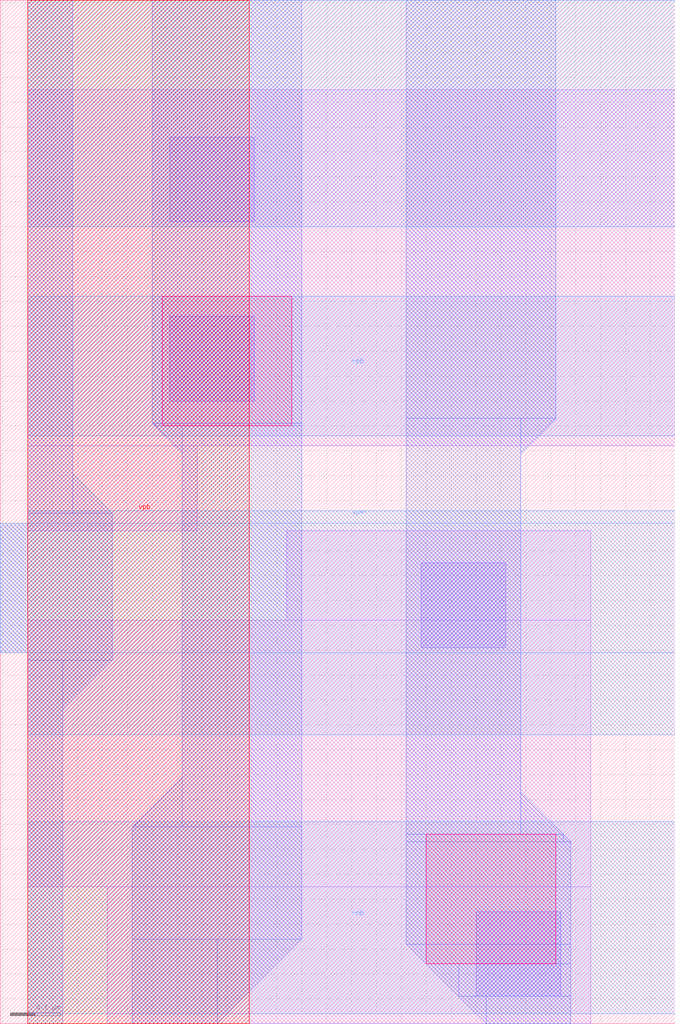
<source format=lef>
# Copyright 2020 The SkyWater PDK Authors
#
# Licensed under the Apache License, Version 2.0 (the "License");
# you may not use this file except in compliance with the License.
# You may obtain a copy of the License at
#
#     https://www.apache.org/licenses/LICENSE-2.0
#
# Unless required by applicable law or agreed to in writing, software
# distributed under the License is distributed on an "AS IS" BASIS,
# WITHOUT WARRANTIES OR CONDITIONS OF ANY KIND, either express or implied.
# See the License for the specific language governing permissions and
# limitations under the License.
#
# SPDX-License-Identifier: Apache-2.0

VERSION 5.7 ;
  NOWIREEXTENSIONATPIN ON ;
  DIVIDERCHAR "/" ;
  BUSBITCHARS "[]" ;
MACRO sky130_fd_bd_sram__sram_sp_corner
  CLASS BLOCK ;
  FOREIGN sky130_fd_bd_sram__sram_sp_corner ;
  ORIGIN  0.055000  0.000000 ;
  SIZE  1.355000 BY  2.055000 ;
  PIN vnb
    PORT
      LAYER met2 ;
        RECT 0.000000 0.020000 1.300000 0.405000 ;
    END
  END vnb
  PIN vpb
    ANTENNADIFFAREA  0.414475 ;
    PORT
      LAYER met2 ;
        RECT 0.000000 1.180000 1.300000 1.460000 ;
      LAYER nwell ;
        RECT 0.000000 0.000000 0.445000 2.055000 ;
    END
  END vpb
  PIN vpwr
    PORT
      LAYER met2 ;
        RECT -0.055000 0.745000 1.300000 1.005000 ;
        RECT  0.000000 0.580000 1.300000 0.745000 ;
        RECT  0.000000 1.005000 1.300000 1.030000 ;
    END
  END vpwr
  OBS
    LAYER li1 ;
      RECT 0.000000 0.275000 1.130000 0.810000 ;
      RECT 0.000000 0.990000 0.340000 1.160000 ;
      RECT 0.000000 1.160000 1.300000 1.875000 ;
      RECT 0.160000 0.000000 1.130000 0.275000 ;
      RECT 0.520000 0.810000 1.130000 0.990000 ;
    LAYER mcon ;
      RECT 0.285000 1.250000 0.455000 1.420000 ;
      RECT 0.285000 1.610000 0.455000 1.780000 ;
      RECT 0.790000 0.755000 0.960000 0.925000 ;
      RECT 0.900000 0.055000 1.070000 0.225000 ;
    LAYER met1 ;
      POLYGON  0.070000 0.730000 0.170000 0.730000 0.070000 0.630000 ;
      POLYGON  0.090000 1.105000 0.170000 1.025000 0.090000 1.025000 ;
      POLYGON  0.250000 1.205000 0.255000 1.205000 0.255000 1.200000 ;
      POLYGON  0.255000 1.200000 0.310000 1.200000 0.310000 1.145000 ;
      POLYGON  0.310000 0.495000 0.310000 0.395000 0.210000 0.395000 ;
      POLYGON  0.380000 0.170000 0.550000 0.170000 0.380000 0.000000 ;
      POLYGON  0.760000 0.160000 0.800000 0.160000 0.800000 0.120000 ;
      POLYGON  0.800000 0.120000 0.865000 0.120000 0.865000 0.055000 ;
      POLYGON  0.865000 0.055000 0.920000 0.055000 0.920000 0.000000 ;
      POLYGON  0.990000 0.465000 1.075000 0.380000 0.990000 0.380000 ;
      POLYGON  0.990000 1.215000 1.060000 1.215000 0.990000 1.145000 ;
      POLYGON  1.075000 0.380000 1.090000 0.365000 1.075000 0.365000 ;
      RECT -0.055000 0.745000 0.170000 1.005000 ;
      RECT  0.000000 0.000000 0.070000 0.730000 ;
      RECT  0.000000 0.730000 0.170000 0.745000 ;
      RECT  0.000000 1.005000 0.170000 1.025000 ;
      RECT  0.000000 1.025000 0.090000 2.055000 ;
      RECT  0.210000 0.000000 0.380000 0.170000 ;
      RECT  0.210000 0.170000 0.550000 0.395000 ;
      RECT  0.250000 1.205000 0.550000 2.055000 ;
      RECT  0.255000 1.200000 0.550000 1.205000 ;
      RECT  0.310000 0.395000 0.550000 1.200000 ;
      RECT  0.760000 0.160000 1.090000 0.365000 ;
      RECT  0.760000 0.365000 1.075000 0.380000 ;
      RECT  0.760000 0.380000 0.990000 1.215000 ;
      RECT  0.760000 1.215000 1.060000 2.055000 ;
      RECT  0.800000 0.120000 1.090000 0.160000 ;
      RECT  0.865000 0.055000 1.090000 0.120000 ;
      RECT  0.920000 0.000000 1.090000 0.055000 ;
    LAYER met2 ;
      RECT 0.000000 1.600000 1.300000 2.055000 ;
    LAYER via ;
      RECT 0.270000 1.200000 0.530000 1.460000 ;
      RECT 0.800000 0.120000 1.060000 0.380000 ;
  END
END sky130_fd_bd_sram__sram_sp_corner
END LIBRARY

</source>
